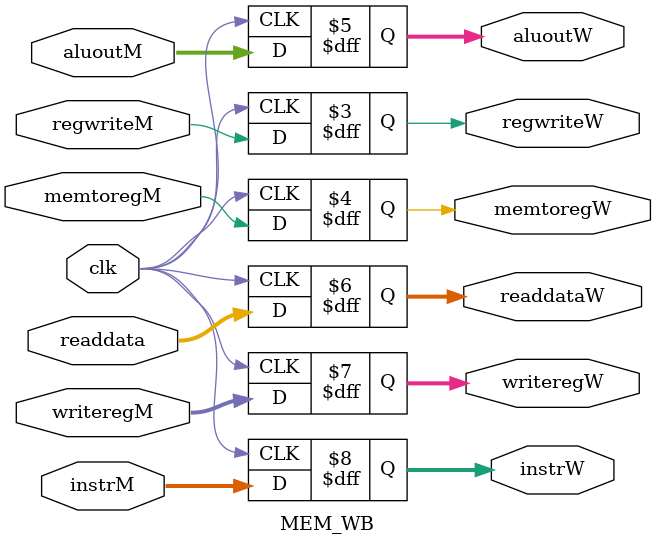
<source format=sv>
module top(input  logic        clk, reset, 
		           output logic [31:0] writedataM, aluoutM, 
		           output logic        memwriteM);
		
		  logic [31:0] pc, instr, readdata;
		  logic [2:0] alucontrol;
		  logic [5:0] op, funct;
		   
		  logic [1:0] aluop;
		  logic       branch;
		  
		  logic [4:0]  writereg, writeregE;
		  logic [31:0] pcnext, pcnextbr, pcplus4, pcbranch;
		  logic [31:0] signimmD, signimmsh;
		  logic [31:0] srca, srcb;
		  logic [31:0] result;
		  logic [31:0] instrD, instrE, instrM, instrW, pcplus4D;
		  logic       memtoreg, alusrc, regdst, 
		              regwrite, jump, pcsrc, zero;
			logic regwriteE, memtoregE, memwriteE, branchE; 
			logic [2:0] alucontrolE;
			logic alusrcE, regdstE;
			logic [31:0] srcaE, writedataE, srcbE;
			logic [4:0] rtE, rdE;
			logic [31:0] signimmE, pcplus4E;
			
			logic regwriteM, memtoregM, memwrite, branchM;
			logic zeroM;
			logic [31:0] aluout, writedata;
			logic [4:0] writeregM;
			logic [31:0] pcbranchM;
			
			logic regwriteW;
			logic memtoregW;
			logic [31:0] aluoutW, readdataW;
			logic [4:0] writeregW;
			
		
						  
		
		  
		  // instantiate processor and memories
		  
		  imem imem(pc[7:2], instr);
		  dmem dmem(clk, memwriteM, aluoutM, writedataM, readdata);
		  
		  
		  
		  IF_ID IF_ID(clk, instr, pcplus4, instrD, pcplus4D);
		  
		  ID_EX ID_EX(clk, instrD, regwrite, memtoreg, memwrite, branch, alucontrol, alusrc, 
						  regdst, srca, writedata, instrD[20:16], instrD[15:11], signimmD, pcplus4D, 
						  regwriteE, memtoregE, memwriteE, branchE, alucontrolE,alusrcE, 
						  regdstE, srcaE, writedataE, rtE, rdE, signimmE, pcplus4E, instrE);
			
		
		  EX_MEM EX_MEM(clk, instrE, regwriteE, memtoregE, memwriteE, branchE, 
							 zero, aluout, writedataE, writeregE, pcbranch,
							 regwriteM, memtoregM, memwriteM, branchM,
							 zeroM, aluoutM, writedataM, writeregM, pcbranchM, instrM);
							 
		  MEM_WB MEM_WB(clk, instrM, regwriteM, memtoregM, aluoutM, readdata, writeregM,
							 regwriteW, memtoregW, aluoutW, readdataW,writeregW, instrW);
							 
		  
		  
		  //controller
		  
		  
		  
		  assign op = instrD[31:26];
		  assign funct = instrD[5:0];
		 
		
		  maindec md(op, memtoreg, memwrite, branch,
		             alusrc, regdst, regwrite, jump, aluop);
		  aludec  ad(funct, aluop, alucontrol);
		
		  assign pcsrc = branchM & zeroM;
		  //controller
		
		
		  //datapath
					
		
		
		  // next PC logic
		  //always_ff @(pcnext) $display("pcnext: %h", pcnext);
		  //flopr #(32) pcreg(clk, reset, pcnext, pc);
		  //assume that there is no branch in this testso delete the pcsrc mux
		  //directly feed pcplus4 into the pcreg
		  
		  flopr #(32) pcreg(clk, reset, pcplus4, pc);
		  adder       pcadd1(pc, 32'b100, pcplus4);
		  always_ff @(pc) $display("current pc: %h", pc);
		  sl2         immsh(signimmE, signimmsh);
		  adder       pcadd2(pcplus4E, signimmsh, pcbranch);
		  
		  //this pcbrmux will not be use for now
		  mux2 #(32)  pcbrmux(pcplus4, pcbranchM, pcsrc, pcnext);
		//  mux2 #(32)  pcmux(pcnextbr, {pcplus4[31:28], 
		//                    instrD[25:0], 2'b00}, jump, pcnext);
		
		  // register file logic
		  regfile     rf(clk, regwriteW, instrD[25:21], instrD[20:16], 
		                 writeregW, result, srca, writedata);
		  mux2 #(5)   wrmux(rtE, rdE, regdstE, writeregE);
		  mux2 #(32)  resmux(aluoutW, readdataW, memtoregW, result);
		  signext     se(instrD[15:0], signimmD);
		
		  // ALU logic
		  mux2 #(32)  srcbmux(writedataE, signimmE, alusrcE, srcbE);
		  alu         alu(srcaE, srcbE, alucontrolE, aluout, zero);
						  
		  //datapath		  
						  
		 
						
		endmodule
		
		module dmem(input  logic        clk, we,
		            input  logic [31:0] a, wd,
		            output logic [31:0] rd);
		
		  logic [31:0] RAM[63:0];
		
		  assign rd = RAM[a[31:2]]; // word aligned
		
		  always_ff @(posedge clk) begin
				 if (we) begin
					RAM[a[31:2]] <= wd;
					$display("address %h now has data %h", a[31:0], wd);
				end
			end
		endmodule
		
		
		
		module imem(input  logic [5:0] a,
		            output logic [31:0] rd);
		
		  logic [31:0] RAM[63:0];
		  
		  //always_ff @(a) $display("pc: %h", a);
		
		  initial
		      $readmemh("/home/ln2/Desktop/IoT/MIPSproject/Pipeline/pipetest.dat",RAM);
		
		  assign rd = RAM[a]; // word aligned
		  always_ff @(rd) 
		  begin
		  if(rd!=8'hx)
		  $display("Fetched instruction %h", rd);
		  end
		endmodule
		
		
		module maindec(input  logic [5:0] op,
		               output logic       memtoreg, memwrite,
		               output logic       branch, alusrc,
		               output logic       regdst, regwrite,
		               output logic       jump,
		               output logic [1:0] aluop);
		
		  logic [8:0] controls;
		
		  assign {regwrite, regdst, alusrc, branch, memwrite,
		          memtoreg, jump, aluop} = controls;
		
		  always_comb
		    case(op)
		      6'b000000: controls <= 9'b110000010; // RTYPE
		      6'b100011: controls <= 9'b101001000; // LW
		      6'b101011: controls <= 9'b001010000; // SW
		      6'b000100: controls <= 9'b000100001; // BEQ
		      6'b001000: controls <= 9'b101000000; // ADDI
		      6'b000010: controls <= 9'b000000100; // J
		      default:   controls <= 9'bxxxxxxxxx; // illegal op
		    endcase
		endmodule
		
		module aludec(input  logic [5:0] funct,
		              input  logic [1:0] aluop,
		              output logic [2:0] alucontrol);
		
		  always_comb
		    case(aluop)
		      2'b00: alucontrol <= 3'b010;  // add (for lw/sw/addi)
		      2'b01: alucontrol <= 3'b110;  // sub (for beq)
		      default: case(funct)          // R-type instructions
		          6'b100000: alucontrol <= 3'b010; // add
		          6'b100010: alucontrol <= 3'b110; // sub
		          6'b100100: alucontrol <= 3'b000; // and
		          6'b100101: alucontrol <= 3'b001; // or
		          6'b101010: alucontrol <= 3'b111; // slt
		          default:   alucontrol <= 3'bxxx; // ???
		        endcase
		    endcase
		endmodule
		
		
		
		module regfile(input  logic        clk, 
		               input  logic        we3, 
		               input  logic [4:0]  ra1, ra2, wa3, 
		               input  logic [31:0] wd3, 
		               output logic [31:0] rd1, rd2);
		
		  logic [31:0] rf[31:0];
		  
		  logic [4:0] regname;
		
		  // three ported register file
		  // read two ports combinationally
		  // write third port on rising edge of clk
		  // register 0 hardwired to 0
		  // note: for pipelined processor, write third port
		  // on falling edge of clk
		  
		//  
		//  always_ff @(ra1,ra2)
		//  begin
		//	rd1 <= rf[ra1];
		//	rd2 <= rf[ra2];
		//  end
		
		  always_ff @(posedge clk)
		  begin
		    if (we3) 
			 begin 
				rf[wa3] <= wd3;
				case(wa3)
					5'b10000: $display("content of $s0 = %h", wd3);
					5'b10001: $display("content of $s1 = %h", wd3);
					5'b10010: $display("content of $s2 = %h", wd3);
					5'b10011: $display("content of $s3 = %h", wd3);
					5'b10100: $display("content of $s4 = %h", wd3);
					5'b01000: $display("content of $t0 = %h", wd3);
					5'b01001: $display("content of $t1 = %h", wd3);
					default: $display("no");
				endcase
			 end
		  end
		
			
		
		  assign rd1 = (ra1 != 0) ? rf[ra1] : 0;
		  assign rd2 = (ra2 != 0) ? rf[ra2] : 0;
		endmodule
		
		module adder(input  logic [31:0] a, b,
		             output logic [31:0] y);
		
		  assign y = a + b;
		endmodule
		
		module sl2(input  logic [31:0] a,
		           output logic [31:0] y);
		
		  // shift left by 2
		  assign y = {a[29:0], 2'b00};
		endmodule
		
		module signext(input  logic [15:0] a,
		               output logic [31:0] y);
		              
		  assign y = {{16{a[15]}}, a};
		endmodule
		
		module flopr #(parameter WIDTH = 8)
		              (input  logic             clk, reset,
		               input  logic [WIDTH-1:0] d, 
		               output logic [WIDTH-1:0] q);
		
		  always_ff @(posedge clk, posedge reset)
		    if (reset) q <= 0;
		    else       q <= d;
		endmodule
		
		module mux2 #(parameter WIDTH = 8)
		             (input  logic [WIDTH-1:0] d0, d1, 
		              input  logic             s, 
		              output logic [WIDTH-1:0] y);
		
		  assign y = s ? d1 : d0; 
		endmodule
		
		module alu(input  logic [31:0] a, b,
		           input  logic [2:0]  alucontrol,
		           output logic [31:0] result,
		           output logic        zero);
		
		  logic [31:0] condinvb, sum;
		
		  assign condinvb = alucontrol[2] ? ~b : b;
		  assign sum = a + condinvb + alucontrol[2];
		
		  always_comb
		    case (alucontrol[1:0])
		      2'b00: result = a & b;
		      2'b01: result = a | b;
		      2'b10: result = sum;
		      2'b11: result = sum[31];
		    endcase
		
		  assign zero = (result == 32'b0);
		endmodule
		
		
		
		
		
		module IF_ID(input logic clk,
						 input logic [31:0] instr, pcplus4,
						 output logic [31:0] instrD, pcplus4D);
				always_ff @(posedge clk)
				begin
					//$display("IF to ID");
					instrD <= instr;
					pcplus4D <= pcplus4;
					if(instrD!=8'hx)
					$display("Instruction %h entered ID stage", instrD);
					//$display("pcplus4D: %h", pcplus4D);
				end
		endmodule
					
					
					
					
		module ID_EX(input logic clk,
						 input logic [31:0] instrD,
						 input logic regwrite, memtoreg, memwrite, branch, 
						 input logic [2:0] alucontrol,
						 input logic alusrc, regdst,
						 input logic [31:0] srca, writedata,
						 input logic [4:0] rtD, rdD,
						 input logic [31:0] signimmD, pcplus4D,
						 output logic regwriteE, memtoregE, memwriteE, branchE, 
						 output logic [2:0] alucontrolE,
						 output logic alusrcE, regdstE,
						 output logic [31:0] srcaE, writedataE,
						 output logic [4:0] rtE, rdE,
						 output logic [31:0] signimmE, pcplus4E,
						 output logic [31:0] instrE);
				always_ff @(posedge clk)
				begin
					//$display("ID to EX");
					regwriteE <= regwrite;
					memtoregE <= memtoreg;
					memwriteE <= memwrite;
					branchE <= branch;
					alucontrolE <= alucontrol;
					alusrcE <= alusrc;
					regdstE <= regdst;
					srcaE <= srca;
					writedataE <= writedata;
					rtE <= rtD;
					rdE <= rdD;
					signimmE <= signimmD;
					pcplus4E <= pcplus4D;
					instrE <= instrD;
					if(instrE!=8'hx)
					$display("Instruction %h entered EX stage", instrE);
				end
		endmodule
		
		
							 
		
		
		module EX_MEM(input logic clk, 
						  input logic [31:0] instrE,
						  input logic regwriteE, memtoregE, memwriteE, branchE,
						  input logic zero, 
						  input logic [31:0] aluout, writedataE, 
						  input logic [4:0] writeregE, 
						  input logic [31:0] pcbranch,
						  output logic regwriteM, memtoregM, memwriteM, branchM,
						  output logic zeroM, 
						  output logic [31:0] aluoutM, writedataM,
						  output logic [4:0] writeregM, 
						  output logic [31:0] pcbranchM,
						  output logic [31:0] instrM);
			always_ff @(posedge clk)
			begin
				//$display("EX to MEM");
				regwriteM<=regwriteE;
				memtoregM<=memtoregE;
				memwriteM<=memwriteE;
				branchM<=branchE;
				zeroM<=zero;
				aluoutM<=aluout;
				writedataM<=writedataE;
				writeregM<=writeregE;
				pcbranchM<=pcbranch;
				instrM<=instrE;
				if(instrM!=8'hx)
				$display("Instruction %h entered MEM stage", instrM);
			end
		endmodule
		
		//ICCD
		
		module MEM_WB(input logic clk,
						  input logic [31:0] instrM,
						  input logic regwriteM,
						  input logic memtoregM,
						  input logic [31:0] aluoutM, readdata,
						  input logic [4:0] writeregM,
						  output logic regwriteW,
						  output logic memtoregW,
						  output logic [31:0] aluoutW, readdataW,
						  output logic [4:0] writeregW,
						  output logic [31:0] instrW);
			always_ff @(posedge clk)
			begin
				//$display("MEM to WB");
				regwriteW<=regwriteM;
				memtoregW<=memtoregM;
				aluoutW<=aluoutM;
				readdataW<=readdata;
				writeregW<=writeregM;
				instrW<=instrM;
				if(instrW!=8'hx)
				$display("Instruction %h entered WB stage", instrW);
			end
		endmodule

</source>
